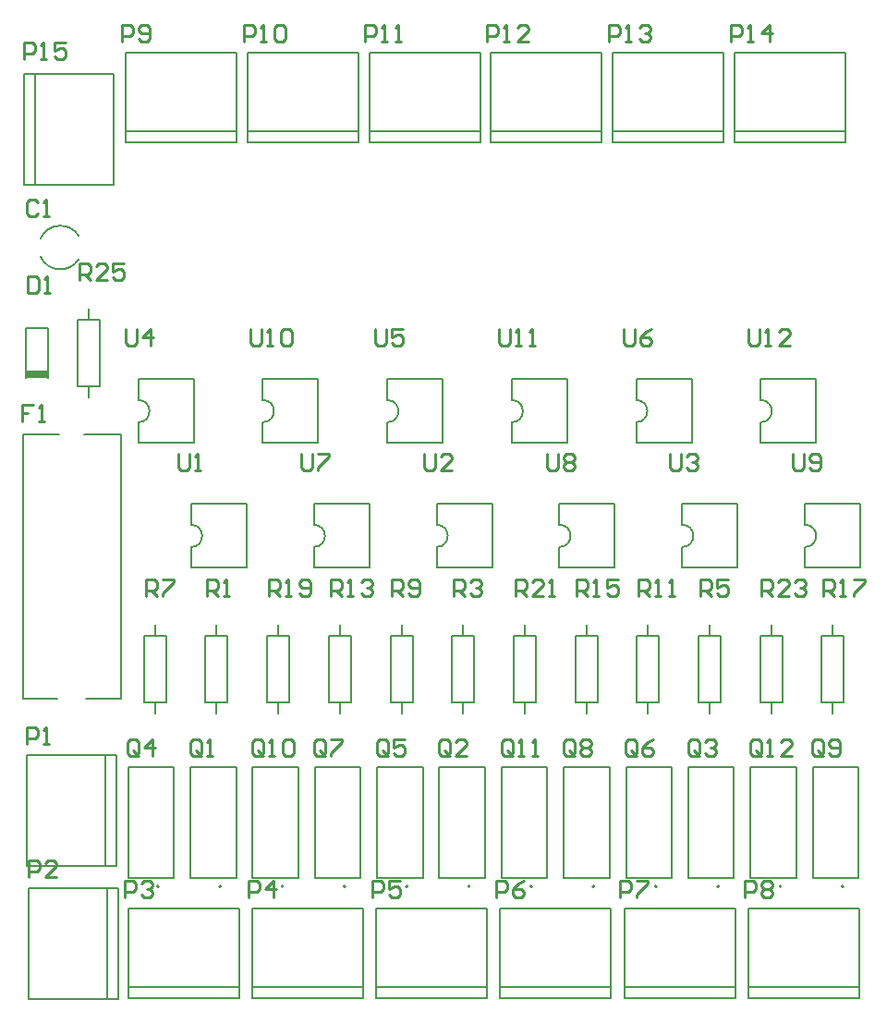
<source format=gbr>
G04*
G04 #@! TF.GenerationSoftware,Altium Limited,Altium Designer,22.4.2 (48)*
G04*
G04 Layer_Color=65535*
%FSLAX44Y44*%
%MOMM*%
G71*
G04*
G04 #@! TF.SameCoordinates,69224164-BCDE-4545-B53B-617D96EECF20*
G04*
G04*
G04 #@! TF.FilePolarity,Positive*
G04*
G01*
G75*
%ADD10C,0.2000*%
%ADD11C,0.1524*%
%ADD12C,0.1270*%
%ADD13C,0.2540*%
%ADD14R,2.0000X0.8000*%
D10*
X279861Y955613D02*
G03*
X314915Y953180I18189J8317D01*
G01*
Y974680D02*
G03*
X279861Y972247I-16865J-10750D01*
G01*
X388350Y378580D02*
G03*
X388350Y378580I-1000J0D01*
G01*
X673523D02*
G03*
X673523Y378580I-1000J0D01*
G01*
X445384D02*
G03*
X445384Y378580I-1000J0D01*
G01*
X901661D02*
G03*
X901661Y378580I-1000J0D01*
G01*
X844626D02*
G03*
X844626Y378580I-1000J0D01*
G01*
X616488D02*
G03*
X616488Y378580I-1000J0D01*
G01*
X559454D02*
G03*
X559454Y378580I-1000J0D01*
G01*
X787592D02*
G03*
X787592Y378580I-1000J0D01*
G01*
X1015730D02*
G03*
X1015730Y378580I-1000J0D01*
G01*
X502419D02*
G03*
X502419Y378580I-1000J0D01*
G01*
X730557D02*
G03*
X730557Y378580I-1000J0D01*
G01*
X958695D02*
G03*
X958695Y378580I-1000J0D01*
G01*
X313690Y897890D02*
X334010D01*
Y836930D02*
Y897890D01*
X313690Y836930D02*
X334010D01*
X313690D02*
Y897890D01*
X323850D02*
Y908050D01*
Y826770D02*
Y836930D01*
X266860Y844410D02*
Y890410D01*
X286860Y844410D02*
Y890410D01*
X266860D02*
X286860D01*
X656936Y547370D02*
X677256D01*
X656936D02*
Y608330D01*
X677256D01*
Y547370D02*
Y608330D01*
X667096Y537210D02*
Y547370D01*
Y608330D02*
Y618490D01*
X431107Y547370D02*
X451427D01*
X431107D02*
Y608330D01*
X451427D01*
Y547370D02*
Y608330D01*
X441267Y537210D02*
Y547370D01*
Y608330D02*
Y618490D01*
X882765Y547370D02*
X903085D01*
X882765D02*
Y608330D01*
X903085D01*
Y547370D02*
Y608330D01*
X892925Y537210D02*
Y547370D01*
Y608330D02*
Y618490D01*
X374650Y547370D02*
X394970D01*
X374650D02*
Y608330D01*
X394970D01*
Y547370D02*
Y608330D01*
X384810Y537210D02*
Y547370D01*
Y608330D02*
Y618490D01*
X826308Y547370D02*
X846628D01*
X826308D02*
Y608330D01*
X846628D01*
Y547370D02*
Y608330D01*
X836468Y537210D02*
Y547370D01*
Y608330D02*
Y618490D01*
X600479Y547370D02*
X620799D01*
X600479D02*
Y608330D01*
X620799D01*
Y547370D02*
Y608330D01*
X610639Y537210D02*
Y547370D01*
Y608330D02*
Y618490D01*
X544022Y547370D02*
X564342D01*
X544022D02*
Y608330D01*
X564342D01*
Y547370D02*
Y608330D01*
X554182Y537210D02*
Y547370D01*
Y608330D02*
Y618490D01*
X769851Y547370D02*
X790171D01*
X769851D02*
Y608330D01*
X790171D01*
Y547370D02*
Y608330D01*
X780011Y537210D02*
Y547370D01*
Y608330D02*
Y618490D01*
X995680Y547370D02*
X1016000D01*
X995680D02*
Y608330D01*
X1016000D01*
Y547370D02*
Y608330D01*
X1005840Y537210D02*
Y547370D01*
Y608330D02*
Y618490D01*
X487565Y547370D02*
X507885D01*
X487565D02*
Y608330D01*
X507885D01*
Y547370D02*
Y608330D01*
X497725Y537210D02*
Y547370D01*
Y608330D02*
Y618490D01*
X713393Y547370D02*
X733714D01*
X713393D02*
Y608330D01*
X733714D01*
Y547370D02*
Y608330D01*
X723553Y537210D02*
Y547370D01*
Y608330D02*
Y618490D01*
X939223Y547370D02*
X959543D01*
X939223D02*
Y608330D01*
X959543D01*
Y547370D02*
Y608330D01*
X949383Y537210D02*
Y547370D01*
Y608330D02*
Y618490D01*
D11*
X530352Y689610D02*
G03*
X530352Y709930I0J10160D01*
G01*
X417830Y689610D02*
G03*
X417830Y709930I0J10160D01*
G01*
X867918Y689610D02*
G03*
X867918Y709930I0J10160D01*
G01*
X642874Y689610D02*
G03*
X642874Y709930I0J10160D01*
G01*
X369570Y803910D02*
G03*
X369570Y824230I0J10160D01*
G01*
X825754Y803910D02*
G03*
X825754Y824230I0J10160D01*
G01*
X597662Y803910D02*
G03*
X597662Y824230I0J10160D01*
G01*
X755396Y689610D02*
G03*
X755396Y709930I0J10160D01*
G01*
X980440Y689610D02*
G03*
X980440Y709930I0J10160D01*
G01*
X483616Y803910D02*
G03*
X483616Y824230I0J10160D01*
G01*
X711708Y803910D02*
G03*
X711708Y824230I0J10160D01*
G01*
X939800Y803910D02*
G03*
X939800Y824230I0J10160D01*
G01*
X530352Y728980D02*
X581152D01*
X530352Y670560D02*
X581152D01*
Y728980D01*
X530352Y709930D02*
Y728980D01*
Y670560D02*
Y689610D01*
X417830Y728980D02*
X468630D01*
X417830Y670560D02*
X468630D01*
Y728980D01*
X417830Y709930D02*
Y728980D01*
Y670560D02*
Y689610D01*
X867918Y728980D02*
X918718D01*
X867918Y670560D02*
X918718D01*
Y728980D01*
X867918Y709930D02*
Y728980D01*
Y670560D02*
Y689610D01*
X642874Y670560D02*
Y689610D01*
Y709930D02*
Y728980D01*
X693674Y670560D02*
Y728980D01*
X642874Y670560D02*
X693674D01*
X642874Y728980D02*
X693674D01*
X369570Y784860D02*
Y803910D01*
Y824230D02*
Y843280D01*
X420370Y784860D02*
Y843280D01*
X369570Y784860D02*
X420370D01*
X369570Y843280D02*
X420370D01*
X825754Y784860D02*
Y803910D01*
Y824230D02*
Y843280D01*
X876554Y784860D02*
Y843280D01*
X825754Y784860D02*
X876554D01*
X825754Y843280D02*
X876554D01*
X597662Y784860D02*
Y803910D01*
Y824230D02*
Y843280D01*
X648462Y784860D02*
Y843280D01*
X597662Y784860D02*
X648462D01*
X597662Y843280D02*
X648462D01*
X755396Y670560D02*
Y689610D01*
Y709930D02*
Y728980D01*
X806196Y670560D02*
Y728980D01*
X755396Y670560D02*
X806196D01*
X755396Y728980D02*
X806196D01*
X980440Y670560D02*
Y689610D01*
Y709930D02*
Y728980D01*
X1031240Y670560D02*
Y728980D01*
X980440Y670560D02*
X1031240D01*
X980440Y728980D02*
X1031240D01*
X483616Y784860D02*
Y803910D01*
Y824230D02*
Y843280D01*
X534416Y784860D02*
Y843280D01*
X483616Y784860D02*
X534416D01*
X483616Y843280D02*
X534416D01*
X711708Y784860D02*
Y803910D01*
Y824230D02*
Y843280D01*
X762508Y784860D02*
Y843280D01*
X711708Y784860D02*
X762508D01*
X711708Y843280D02*
X762508D01*
X939800Y784860D02*
Y803910D01*
Y824230D02*
Y843280D01*
X990600Y784860D02*
Y843280D01*
X939800Y784860D02*
X990600D01*
X939800Y843280D02*
X990600D01*
D12*
X587647Y286500D02*
X689247D01*
X587647D02*
Y358500D01*
Y276500D02*
Y286500D01*
Y276500D02*
X689247D01*
Y286500D01*
Y358500D01*
X587647D02*
X689247D01*
X275070Y1021080D02*
Y1122680D01*
X347070D01*
X265070D02*
X275070D01*
X265070Y1021080D02*
Y1122680D01*
Y1021080D02*
X275070D01*
X347070D01*
Y1122680D01*
X353560Y550780D02*
Y792880D01*
X263660Y550780D02*
Y792880D01*
X321810Y550780D02*
X353560D01*
X263660D02*
X295410D01*
X320110Y792880D02*
X353560D01*
X263660D02*
X297110D01*
X360175Y386080D02*
Y487680D01*
X402125D01*
Y386080D02*
Y487680D01*
X360175Y386080D02*
X402125D01*
X340880Y275590D02*
Y377190D01*
X268880Y275590D02*
X340880D01*
X350880D01*
Y377190D01*
X340880D02*
X350880D01*
X268880D02*
X340880D01*
X268880Y275590D02*
Y377190D01*
X339610Y397510D02*
Y499110D01*
X267610Y397510D02*
X339610D01*
X349610D01*
Y499110D01*
X339610D02*
X349610D01*
X267610D02*
X339610D01*
X267610Y397510D02*
Y499110D01*
X360499Y286500D02*
X462099D01*
X360499D02*
Y358500D01*
Y276500D02*
Y286500D01*
Y276500D02*
X462099D01*
Y286500D01*
Y358500D01*
X360499D02*
X462099D01*
X474073Y286500D02*
X575673D01*
X474073D02*
Y358500D01*
Y276500D02*
Y286500D01*
Y276500D02*
X575673D01*
Y286500D01*
Y358500D01*
X474073D02*
X575673D01*
X701221Y286500D02*
X802821D01*
X701221D02*
Y358500D01*
Y276500D02*
Y286500D01*
Y276500D02*
X802821D01*
Y286500D01*
Y358500D01*
X701221D02*
X802821D01*
X358140Y1070090D02*
X459740D01*
X358140D02*
Y1142090D01*
Y1060090D02*
Y1070090D01*
Y1060090D02*
X459740D01*
Y1070090D01*
Y1142090D01*
X358140D02*
X459740D01*
X469646Y1070090D02*
X571246D01*
X469646D02*
Y1142090D01*
Y1060090D02*
Y1070090D01*
Y1060090D02*
X571246D01*
Y1070090D01*
Y1142090D01*
X469646D02*
X571246D01*
X581152Y1070090D02*
X682752D01*
X581152D02*
Y1142090D01*
Y1060090D02*
Y1070090D01*
Y1060090D02*
X682752D01*
Y1070090D01*
Y1142090D01*
X581152D02*
X682752D01*
X692658Y1070090D02*
X794258D01*
X692658D02*
Y1142090D01*
Y1060090D02*
Y1070090D01*
Y1060090D02*
X794258D01*
Y1070090D01*
Y1142090D01*
X692658D02*
X794258D01*
X645348Y386080D02*
X687298D01*
Y487680D01*
X645348D02*
X687298D01*
X645348Y386080D02*
Y487680D01*
X417210Y386080D02*
X459159D01*
Y487680D01*
X417210D02*
X459159D01*
X417210Y386080D02*
Y487680D01*
X873486Y386080D02*
X915436D01*
Y487680D01*
X873486D02*
X915436D01*
X873486Y386080D02*
Y487680D01*
X814795Y286500D02*
X916395D01*
X814795D02*
Y358500D01*
Y276500D02*
Y286500D01*
Y276500D02*
X916395D01*
Y286500D01*
Y358500D01*
X814795D02*
X916395D01*
X928370Y286500D02*
X1029970D01*
X928370D02*
Y358500D01*
Y276500D02*
Y286500D01*
Y276500D02*
X1029970D01*
Y286500D01*
Y358500D01*
X928370D02*
X1029970D01*
X816451Y386080D02*
X858401D01*
Y487680D01*
X816451D02*
X858401D01*
X816451Y386080D02*
Y487680D01*
X588313Y386080D02*
X630263D01*
Y487680D01*
X588313D02*
X630263D01*
X588313Y386080D02*
Y487680D01*
X804164Y1070090D02*
X905764D01*
X804164D02*
Y1142090D01*
Y1060090D02*
Y1070090D01*
Y1060090D02*
X905764D01*
Y1070090D01*
Y1142090D01*
X804164D02*
X905764D01*
X531279Y386080D02*
X573229D01*
Y487680D01*
X531279D02*
X573229D01*
X531279Y386080D02*
Y487680D01*
X915670Y1070090D02*
X1017270D01*
X915670D02*
Y1142090D01*
Y1060090D02*
Y1070090D01*
Y1060090D02*
X1017270D01*
Y1070090D01*
Y1142090D01*
X915670D02*
X1017270D01*
X759417Y386080D02*
X801367D01*
Y487680D01*
X759417D02*
X801367D01*
X759417Y386080D02*
Y487680D01*
X987555Y386080D02*
X1029505D01*
Y487680D01*
X987555D02*
X1029505D01*
X987555Y386080D02*
Y487680D01*
X474244Y386080D02*
X516194D01*
Y487680D01*
X474244D02*
X516194D01*
X474244Y386080D02*
Y487680D01*
X702382Y386080D02*
X744332D01*
Y487680D01*
X702382D02*
X744332D01*
X702382Y386080D02*
Y487680D01*
X930520Y386080D02*
X972470D01*
Y487680D01*
X930520D02*
X972470D01*
X930520Y386080D02*
Y487680D01*
D13*
X584091Y368808D02*
Y384043D01*
X591709D01*
X594248Y381504D01*
Y376426D01*
X591709Y373886D01*
X584091D01*
X609483Y384043D02*
X599326D01*
Y376426D01*
X604404Y378965D01*
X606944D01*
X609483Y376426D01*
Y371347D01*
X606944Y368808D01*
X601865D01*
X599326Y371347D01*
X277873Y1005328D02*
X275333Y1007867D01*
X270255D01*
X267716Y1005328D01*
Y995171D01*
X270255Y992632D01*
X275333D01*
X277873Y995171D01*
X282951Y992632D02*
X288029D01*
X285490D01*
Y1007867D01*
X282951Y1005328D01*
X315214Y933958D02*
Y949193D01*
X322831D01*
X325371Y946654D01*
Y941575D01*
X322831Y939036D01*
X315214D01*
X320292D02*
X325371Y933958D01*
X340606D02*
X330449D01*
X340606Y944115D01*
Y946654D01*
X338067Y949193D01*
X332988D01*
X330449Y946654D01*
X355841Y949193D02*
X345684D01*
Y941575D01*
X350762Y944115D01*
X353302D01*
X355841Y941575D01*
Y936497D01*
X353302Y933958D01*
X348223D01*
X345684Y936497D01*
X518922Y774949D02*
Y762253D01*
X521461Y759714D01*
X526539D01*
X529079Y762253D01*
Y774949D01*
X534157D02*
X544314D01*
Y772410D01*
X534157Y762253D01*
Y759714D01*
X264922Y1136396D02*
Y1151631D01*
X272540D01*
X275079Y1149092D01*
Y1144014D01*
X272540Y1141474D01*
X264922D01*
X280157Y1136396D02*
X285235D01*
X282696D01*
Y1151631D01*
X280157Y1149092D01*
X303010Y1151631D02*
X292853D01*
Y1144014D01*
X297931Y1146553D01*
X300471D01*
X303010Y1144014D01*
Y1138935D01*
X300471Y1136396D01*
X295392D01*
X292853Y1138935D01*
X273555Y819907D02*
X263398D01*
Y812290D01*
X268476D01*
X263398D01*
Y804672D01*
X278633D02*
X283711D01*
X281172D01*
Y819907D01*
X278633Y817368D01*
X268478Y937763D02*
Y922528D01*
X276096D01*
X278635Y925067D01*
Y935224D01*
X276096Y937763D01*
X268478D01*
X283713Y922528D02*
X288791D01*
X286252D01*
Y937763D01*
X283713Y935224D01*
X370075Y500633D02*
Y510790D01*
X367536Y513329D01*
X362457D01*
X359918Y510790D01*
Y500633D01*
X362457Y498094D01*
X367536D01*
X364996Y503172D02*
X370075Y498094D01*
X367536D02*
X370075Y500633D01*
X382771Y498094D02*
Y513329D01*
X375153Y505712D01*
X385310D01*
X268732Y387604D02*
Y402839D01*
X276350D01*
X278889Y400300D01*
Y395221D01*
X276350Y392682D01*
X268732D01*
X294124Y387604D02*
X283967D01*
X294124Y397761D01*
Y400300D01*
X291585Y402839D01*
X286506D01*
X283967Y400300D01*
X406400Y774949D02*
Y762253D01*
X408939Y759714D01*
X414017D01*
X416557Y762253D01*
Y774949D01*
X421635Y759714D02*
X426713D01*
X424174D01*
Y774949D01*
X421635Y772410D01*
X267462Y509524D02*
Y524759D01*
X275079D01*
X277619Y522220D01*
Y517141D01*
X275079Y514602D01*
X267462D01*
X282697Y509524D02*
X287775D01*
X285236D01*
Y524759D01*
X282697Y522220D01*
X856488Y774949D02*
Y762253D01*
X859027Y759714D01*
X864106D01*
X866645Y762253D01*
Y774949D01*
X871723Y772410D02*
X874262Y774949D01*
X879341D01*
X881880Y772410D01*
Y769871D01*
X879341Y767331D01*
X876801D01*
X879341D01*
X881880Y764792D01*
Y762253D01*
X879341Y759714D01*
X874262D01*
X871723Y762253D01*
X658460Y644398D02*
Y659633D01*
X666078D01*
X668617Y657094D01*
Y652016D01*
X666078Y649476D01*
X658460D01*
X663539D02*
X668617Y644398D01*
X673695Y657094D02*
X676235Y659633D01*
X681313D01*
X683852Y657094D01*
Y654555D01*
X681313Y652016D01*
X678774D01*
X681313D01*
X683852Y649476D01*
Y646937D01*
X681313Y644398D01*
X676235D01*
X673695Y646937D01*
X432631Y644398D02*
Y659633D01*
X440249D01*
X442788Y657094D01*
Y652016D01*
X440249Y649476D01*
X432631D01*
X437710D02*
X442788Y644398D01*
X447866D02*
X452945D01*
X450406D01*
Y659633D01*
X447866Y657094D01*
X884289Y644398D02*
Y659633D01*
X891907D01*
X894446Y657094D01*
Y652016D01*
X891907Y649476D01*
X884289D01*
X889368D02*
X894446Y644398D01*
X909681Y659633D02*
X899525D01*
Y652016D01*
X904603Y654555D01*
X907142D01*
X909681Y652016D01*
Y646937D01*
X907142Y644398D01*
X902064D01*
X899525Y646937D01*
X376174Y644398D02*
Y659633D01*
X383792D01*
X386331Y657094D01*
Y652016D01*
X383792Y649476D01*
X376174D01*
X381252D02*
X386331Y644398D01*
X391409Y659633D02*
X401566D01*
Y657094D01*
X391409Y646937D01*
Y644398D01*
X827832D02*
Y659633D01*
X835450D01*
X837989Y657094D01*
Y652016D01*
X835450Y649476D01*
X827832D01*
X832911D02*
X837989Y644398D01*
X843067D02*
X848146D01*
X845606D01*
Y659633D01*
X843067Y657094D01*
X855763Y644398D02*
X860841D01*
X858302D01*
Y659633D01*
X855763Y657094D01*
X602003Y644398D02*
Y659633D01*
X609621D01*
X612160Y657094D01*
Y652016D01*
X609621Y649476D01*
X602003D01*
X607081D02*
X612160Y644398D01*
X617238Y646937D02*
X619777Y644398D01*
X624856D01*
X627395Y646937D01*
Y657094D01*
X624856Y659633D01*
X619777D01*
X617238Y657094D01*
Y654555D01*
X619777Y652016D01*
X627395D01*
X545546Y644398D02*
Y659633D01*
X553163D01*
X555703Y657094D01*
Y652016D01*
X553163Y649476D01*
X545546D01*
X550624D02*
X555703Y644398D01*
X560781D02*
X565859D01*
X563320D01*
Y659633D01*
X560781Y657094D01*
X573477D02*
X576016Y659633D01*
X581094D01*
X583633Y657094D01*
Y654555D01*
X581094Y652016D01*
X578555D01*
X581094D01*
X583633Y649476D01*
Y646937D01*
X581094Y644398D01*
X576016D01*
X573477Y646937D01*
X771375Y644398D02*
Y659633D01*
X778992D01*
X781532Y657094D01*
Y652016D01*
X778992Y649476D01*
X771375D01*
X776453D02*
X781532Y644398D01*
X786610D02*
X791688D01*
X789149D01*
Y659633D01*
X786610Y657094D01*
X809463Y659633D02*
X799306D01*
Y652016D01*
X804384Y654555D01*
X806923D01*
X809463Y652016D01*
Y646937D01*
X806923Y644398D01*
X801845D01*
X799306Y646937D01*
X997204Y644398D02*
Y659633D01*
X1004821D01*
X1007361Y657094D01*
Y652016D01*
X1004821Y649476D01*
X997204D01*
X1002282D02*
X1007361Y644398D01*
X1012439D02*
X1017517D01*
X1014978D01*
Y659633D01*
X1012439Y657094D01*
X1025135Y659633D02*
X1035292D01*
Y657094D01*
X1025135Y646937D01*
Y644398D01*
X489089D02*
Y659633D01*
X496706D01*
X499245Y657094D01*
Y652016D01*
X496706Y649476D01*
X489089D01*
X494167D02*
X499245Y644398D01*
X504324D02*
X509402D01*
X506863D01*
Y659633D01*
X504324Y657094D01*
X517020Y646937D02*
X519559Y644398D01*
X524637D01*
X527176Y646937D01*
Y657094D01*
X524637Y659633D01*
X519559D01*
X517020Y657094D01*
Y654555D01*
X519559Y652016D01*
X527176D01*
X714918Y644398D02*
Y659633D01*
X722535D01*
X725074Y657094D01*
Y652016D01*
X722535Y649476D01*
X714918D01*
X719996D02*
X725074Y644398D01*
X740309D02*
X730153D01*
X740309Y654555D01*
Y657094D01*
X737770Y659633D01*
X732692D01*
X730153Y657094D01*
X745388Y644398D02*
X750466D01*
X747927D01*
Y659633D01*
X745388Y657094D01*
X940747Y644398D02*
Y659633D01*
X948364D01*
X950903Y657094D01*
Y652016D01*
X948364Y649476D01*
X940747D01*
X945825D02*
X950903Y644398D01*
X966139D02*
X955982D01*
X966139Y654555D01*
Y657094D01*
X963599Y659633D01*
X958521D01*
X955982Y657094D01*
X971217D02*
X973756Y659633D01*
X978834D01*
X981374Y657094D01*
Y654555D01*
X978834Y652016D01*
X976295D01*
X978834D01*
X981374Y649476D01*
Y646937D01*
X978834Y644398D01*
X973756D01*
X971217Y646937D01*
X356942Y368808D02*
Y384043D01*
X364560D01*
X367099Y381504D01*
Y376426D01*
X364560Y373886D01*
X356942D01*
X372178Y381504D02*
X374717Y384043D01*
X379795D01*
X382334Y381504D01*
Y378965D01*
X379795Y376426D01*
X377256D01*
X379795D01*
X382334Y373886D01*
Y371347D01*
X379795Y368808D01*
X374717D01*
X372178Y371347D01*
X470517Y368808D02*
Y384043D01*
X478134D01*
X480673Y381504D01*
Y376426D01*
X478134Y373886D01*
X470517D01*
X493369Y368808D02*
Y384043D01*
X485752Y376426D01*
X495909D01*
X697665Y368808D02*
Y384043D01*
X705283D01*
X707822Y381504D01*
Y376426D01*
X705283Y373886D01*
X697665D01*
X723057Y384043D02*
X717979Y381504D01*
X712900Y376426D01*
Y371347D01*
X715440Y368808D01*
X720518D01*
X723057Y371347D01*
Y373886D01*
X720518Y376426D01*
X712900D01*
X354584Y1152398D02*
Y1167633D01*
X362201D01*
X364741Y1165094D01*
Y1160015D01*
X362201Y1157476D01*
X354584D01*
X369819Y1154937D02*
X372358Y1152398D01*
X377437D01*
X379976Y1154937D01*
Y1165094D01*
X377437Y1167633D01*
X372358D01*
X369819Y1165094D01*
Y1162555D01*
X372358Y1160015D01*
X379976D01*
X466090Y1152398D02*
Y1167633D01*
X473708D01*
X476247Y1165094D01*
Y1160015D01*
X473708Y1157476D01*
X466090D01*
X481325Y1152398D02*
X486403D01*
X483864D01*
Y1167633D01*
X481325Y1165094D01*
X494021D02*
X496560Y1167633D01*
X501638D01*
X504178Y1165094D01*
Y1154937D01*
X501638Y1152398D01*
X496560D01*
X494021Y1154937D01*
Y1165094D01*
X577596Y1152398D02*
Y1167633D01*
X585214D01*
X587753Y1165094D01*
Y1160015D01*
X585214Y1157476D01*
X577596D01*
X592831Y1152398D02*
X597909D01*
X595370D01*
Y1167633D01*
X592831Y1165094D01*
X605527Y1152398D02*
X610605D01*
X608066D01*
Y1167633D01*
X605527Y1165094D01*
X689102Y1152398D02*
Y1167633D01*
X696720D01*
X699259Y1165094D01*
Y1160015D01*
X696720Y1157476D01*
X689102D01*
X704337Y1152398D02*
X709415D01*
X706876D01*
Y1167633D01*
X704337Y1165094D01*
X727190Y1152398D02*
X717033D01*
X727190Y1162555D01*
Y1165094D01*
X724650Y1167633D01*
X719572D01*
X717033Y1165094D01*
X928370Y889249D02*
Y876553D01*
X930909Y874014D01*
X935987D01*
X938527Y876553D01*
Y889249D01*
X943605Y874014D02*
X948683D01*
X946144D01*
Y889249D01*
X943605Y886710D01*
X966458Y874014D02*
X956301D01*
X966458Y884171D01*
Y886710D01*
X963919Y889249D01*
X958840D01*
X956301Y886710D01*
X700278Y889249D02*
Y876553D01*
X702817Y874014D01*
X707896D01*
X710435Y876553D01*
Y889249D01*
X715513Y874014D02*
X720591D01*
X718052D01*
Y889249D01*
X715513Y886710D01*
X728209Y874014D02*
X733287D01*
X730748D01*
Y889249D01*
X728209Y886710D01*
X472186Y889249D02*
Y876553D01*
X474725Y874014D01*
X479804D01*
X482343Y876553D01*
Y889249D01*
X487421Y874014D02*
X492499D01*
X489960D01*
Y889249D01*
X487421Y886710D01*
X500117D02*
X502656Y889249D01*
X507734D01*
X510274Y886710D01*
Y876553D01*
X507734Y874014D01*
X502656D01*
X500117Y876553D01*
Y886710D01*
X969010Y774949D02*
Y762253D01*
X971549Y759714D01*
X976628D01*
X979167Y762253D01*
Y774949D01*
X984245Y762253D02*
X986784Y759714D01*
X991863D01*
X994402Y762253D01*
Y772410D01*
X991863Y774949D01*
X986784D01*
X984245Y772410D01*
Y769871D01*
X986784Y767331D01*
X994402D01*
X743966Y774949D02*
Y762253D01*
X746505Y759714D01*
X751583D01*
X754123Y762253D01*
Y774949D01*
X759201Y772410D02*
X761740Y774949D01*
X766819D01*
X769358Y772410D01*
Y769871D01*
X766819Y767331D01*
X769358Y764792D01*
Y762253D01*
X766819Y759714D01*
X761740D01*
X759201Y762253D01*
Y764792D01*
X761740Y767331D01*
X759201Y769871D01*
Y772410D01*
X761740Y767331D02*
X766819D01*
X814324Y889249D02*
Y876553D01*
X816863Y874014D01*
X821942D01*
X824481Y876553D01*
Y889249D01*
X839716D02*
X834637Y886710D01*
X829559Y881631D01*
Y876553D01*
X832098Y874014D01*
X837177D01*
X839716Y876553D01*
Y879092D01*
X837177Y881631D01*
X829559D01*
X586232Y889249D02*
Y876553D01*
X588771Y874014D01*
X593849D01*
X596389Y876553D01*
Y889249D01*
X611624D02*
X601467D01*
Y881631D01*
X606545Y884171D01*
X609085D01*
X611624Y881631D01*
Y876553D01*
X609085Y874014D01*
X604006D01*
X601467Y876553D01*
X358140Y889249D02*
Y876553D01*
X360679Y874014D01*
X365757D01*
X368297Y876553D01*
Y889249D01*
X380993Y874014D02*
Y889249D01*
X373375Y881631D01*
X383532D01*
X631444Y774949D02*
Y762253D01*
X633983Y759714D01*
X639062D01*
X641601Y762253D01*
Y774949D01*
X656836Y759714D02*
X646679D01*
X656836Y769871D01*
Y772410D01*
X654297Y774949D01*
X649218D01*
X646679Y772410D01*
X940420Y500633D02*
Y510790D01*
X937881Y513329D01*
X932803D01*
X930263Y510790D01*
Y500633D01*
X932803Y498094D01*
X937881D01*
X935342Y503172D02*
X940420Y498094D01*
X937881D02*
X940420Y500633D01*
X945498Y498094D02*
X950577D01*
X948038D01*
Y513329D01*
X945498Y510790D01*
X968351Y498094D02*
X958194D01*
X968351Y508251D01*
Y510790D01*
X965812Y513329D01*
X960733D01*
X958194Y510790D01*
X712282Y500633D02*
Y510790D01*
X709743Y513329D01*
X704664D01*
X702125Y510790D01*
Y500633D01*
X704664Y498094D01*
X709743D01*
X707204Y503172D02*
X712282Y498094D01*
X709743D02*
X712282Y500633D01*
X717360Y498094D02*
X722439D01*
X719899D01*
Y513329D01*
X717360Y510790D01*
X730056Y498094D02*
X735135D01*
X732595D01*
Y513329D01*
X730056Y510790D01*
X484144Y500633D02*
Y510790D01*
X481605Y513329D01*
X476526D01*
X473987Y510790D01*
Y500633D01*
X476526Y498094D01*
X481605D01*
X479065Y503172D02*
X484144Y498094D01*
X481605D02*
X484144Y500633D01*
X489222Y498094D02*
X494300D01*
X491761D01*
Y513329D01*
X489222Y510790D01*
X501918D02*
X504457Y513329D01*
X509536D01*
X512075Y510790D01*
Y500633D01*
X509536Y498094D01*
X504457D01*
X501918Y500633D01*
Y510790D01*
X997455Y500633D02*
Y510790D01*
X994915Y513329D01*
X989837D01*
X987298Y510790D01*
Y500633D01*
X989837Y498094D01*
X994915D01*
X992376Y503172D02*
X997455Y498094D01*
X994915D02*
X997455Y500633D01*
X1002533D02*
X1005072Y498094D01*
X1010151D01*
X1012690Y500633D01*
Y510790D01*
X1010151Y513329D01*
X1005072D01*
X1002533Y510790D01*
Y508251D01*
X1005072Y505712D01*
X1012690D01*
X769316Y500633D02*
Y510790D01*
X766777Y513329D01*
X761699D01*
X759160Y510790D01*
Y500633D01*
X761699Y498094D01*
X766777D01*
X764238Y503172D02*
X769316Y498094D01*
X766777D02*
X769316Y500633D01*
X774395Y510790D02*
X776934Y513329D01*
X782012D01*
X784551Y510790D01*
Y508251D01*
X782012Y505712D01*
X784551Y503172D01*
Y500633D01*
X782012Y498094D01*
X776934D01*
X774395Y500633D01*
Y503172D01*
X776934Y505712D01*
X774395Y508251D01*
Y510790D01*
X776934Y505712D02*
X782012D01*
X541178Y500633D02*
Y510790D01*
X538639Y513329D01*
X533561D01*
X531022Y510790D01*
Y500633D01*
X533561Y498094D01*
X538639D01*
X536100Y503172D02*
X541178Y498094D01*
X538639D02*
X541178Y500633D01*
X546257Y513329D02*
X556413D01*
Y510790D01*
X546257Y500633D01*
Y498094D01*
X826351Y500633D02*
Y510790D01*
X823812Y513329D01*
X818733D01*
X816194Y510790D01*
Y500633D01*
X818733Y498094D01*
X823812D01*
X821273Y503172D02*
X826351Y498094D01*
X823812D02*
X826351Y500633D01*
X841586Y513329D02*
X836508Y510790D01*
X831429Y505712D01*
Y500633D01*
X833969Y498094D01*
X839047D01*
X841586Y500633D01*
Y503172D01*
X839047Y505712D01*
X831429D01*
X598213Y500633D02*
Y510790D01*
X595674Y513329D01*
X590595D01*
X588056Y510790D01*
Y500633D01*
X590595Y498094D01*
X595674D01*
X593134Y503172D02*
X598213Y498094D01*
X595674D02*
X598213Y500633D01*
X613448Y513329D02*
X603291D01*
Y505712D01*
X608369Y508251D01*
X610909D01*
X613448Y505712D01*
Y500633D01*
X610909Y498094D01*
X605830D01*
X603291Y500633D01*
X883385D02*
Y510790D01*
X880846Y513329D01*
X875768D01*
X873229Y510790D01*
Y500633D01*
X875768Y498094D01*
X880846D01*
X878307Y503172D02*
X883385Y498094D01*
X880846D02*
X883385Y500633D01*
X888464Y510790D02*
X891003Y513329D01*
X896081D01*
X898621Y510790D01*
Y508251D01*
X896081Y505712D01*
X893542D01*
X896081D01*
X898621Y503172D01*
Y500633D01*
X896081Y498094D01*
X891003D01*
X888464Y500633D01*
X655247D02*
Y510790D01*
X652708Y513329D01*
X647630D01*
X645091Y510790D01*
Y500633D01*
X647630Y498094D01*
X652708D01*
X650169Y503172D02*
X655247Y498094D01*
X652708D02*
X655247Y500633D01*
X670482Y498094D02*
X660326D01*
X670482Y508251D01*
Y510790D01*
X667943Y513329D01*
X662865D01*
X660326Y510790D01*
X427109Y500633D02*
Y510790D01*
X424570Y513329D01*
X419492D01*
X416953Y510790D01*
Y500633D01*
X419492Y498094D01*
X424570D01*
X422031Y503172D02*
X427109Y498094D01*
X424570D02*
X427109Y500633D01*
X432188Y498094D02*
X437266D01*
X434727D01*
Y513329D01*
X432188Y510790D01*
X912114Y1152398D02*
Y1167633D01*
X919732D01*
X922271Y1165094D01*
Y1160015D01*
X919732Y1157476D01*
X912114D01*
X927349Y1152398D02*
X932427D01*
X929888D01*
Y1167633D01*
X927349Y1165094D01*
X947663Y1152398D02*
Y1167633D01*
X940045Y1160015D01*
X950202D01*
X800608Y1152398D02*
Y1167633D01*
X808225D01*
X810765Y1165094D01*
Y1160015D01*
X808225Y1157476D01*
X800608D01*
X815843Y1152398D02*
X820921D01*
X818382D01*
Y1167633D01*
X815843Y1165094D01*
X828539D02*
X831078Y1167633D01*
X836156D01*
X838696Y1165094D01*
Y1162555D01*
X836156Y1160015D01*
X833617D01*
X836156D01*
X838696Y1157476D01*
Y1154937D01*
X836156Y1152398D01*
X831078D01*
X828539Y1154937D01*
X924814Y368808D02*
Y384043D01*
X932431D01*
X934971Y381504D01*
Y376426D01*
X932431Y373886D01*
X924814D01*
X940049Y381504D02*
X942588Y384043D01*
X947666D01*
X950206Y381504D01*
Y378965D01*
X947666Y376426D01*
X950206Y373886D01*
Y371347D01*
X947666Y368808D01*
X942588D01*
X940049Y371347D01*
Y373886D01*
X942588Y376426D01*
X940049Y378965D01*
Y381504D01*
X942588Y376426D02*
X947666D01*
X811240Y368808D02*
Y384043D01*
X818857D01*
X821396Y381504D01*
Y376426D01*
X818857Y373886D01*
X811240D01*
X826475Y384043D02*
X836631D01*
Y381504D01*
X826475Y371347D01*
Y368808D01*
D14*
X276860Y847410D02*
D03*
M02*

</source>
